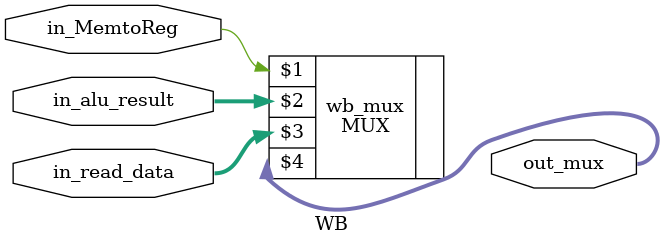
<source format=v>
`timescale 1ns / 1ps

module WB(
    //INPUTS
    input wire [31:0] in_read_data,
    input wire [31:0] in_alu_result,    
    // Control WB
    input wire in_MemtoReg,
    
    //OUTPUTS
    output wire [31:0] out_mux
    );
    
    // Cuanto in_MemtoReg==1, es un LOAD, y leo el dato de memoria: in_read_data
    MUX wb_mux(
        in_MemtoReg, in_alu_result, in_read_data,
        out_mux
        );
    
endmodule

</source>
